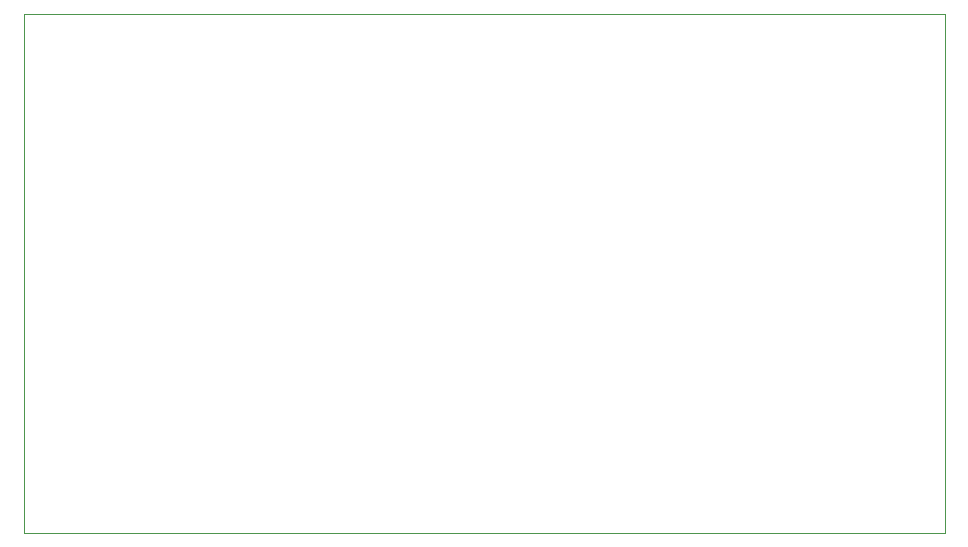
<source format=gm1>
%TF.GenerationSoftware,KiCad,Pcbnew,(6.0.1)*%
%TF.CreationDate,2022-03-15T16:21:16+01:00*%
%TF.ProjectId,SignalGenerator,5369676e-616c-4476-956e-657261746f72,0.3*%
%TF.SameCoordinates,Original*%
%TF.FileFunction,Profile,NP*%
%FSLAX46Y46*%
G04 Gerber Fmt 4.6, Leading zero omitted, Abs format (unit mm)*
G04 Created by KiCad (PCBNEW (6.0.1)) date 2022-03-15 16:21:16*
%MOMM*%
%LPD*%
G01*
G04 APERTURE LIST*
%TA.AperFunction,Profile*%
%ADD10C,0.100000*%
%TD*%
G04 APERTURE END LIST*
D10*
X198000000Y-118475000D02*
X120000000Y-118475000D01*
X198000000Y-74475000D02*
X198000000Y-118475000D01*
X120000000Y-118475000D02*
X120000000Y-74475000D01*
X120000000Y-74475000D02*
X198000000Y-74475000D01*
M02*

</source>
